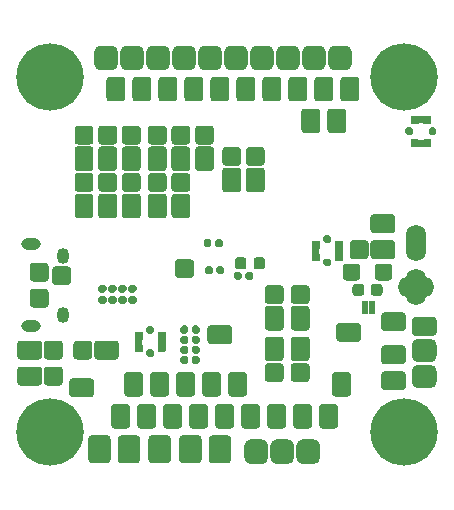
<source format=gbr>
G04 #@! TF.GenerationSoftware,KiCad,Pcbnew,(6.0.8)*
G04 #@! TF.CreationDate,2023-01-15T21:35:18+01:00*
G04 #@! TF.ProjectId,ultimateFC,756c7469-6d61-4746-9546-432e6b696361,rev?*
G04 #@! TF.SameCoordinates,Original*
G04 #@! TF.FileFunction,Soldermask,Bot*
G04 #@! TF.FilePolarity,Negative*
%FSLAX46Y46*%
G04 Gerber Fmt 4.6, Leading zero omitted, Abs format (unit mm)*
G04 Created by KiCad (PCBNEW (6.0.8)) date 2023-01-15 21:35:18*
%MOMM*%
%LPD*%
G01*
G04 APERTURE LIST*
%ADD10O,1.650000X0.990000*%
%ADD11O,1.050000X1.350000*%
%ADD12C,1.100000*%
%ADD13C,5.700000*%
%ADD14O,1.700000X3.100000*%
%ADD15O,3.100000X1.700000*%
G04 APERTURE END LIST*
D10*
X98400000Y-114100000D03*
D11*
X101100000Y-120100000D03*
X101100000Y-115100000D03*
D10*
X98400000Y-121100000D03*
G36*
G01*
X103250000Y-132380000D02*
X103250000Y-130620000D01*
G75*
G02*
X103570000Y-130300000I320000J0D01*
G01*
X104830000Y-130300000D01*
G75*
G02*
X105150000Y-130620000I0J-320000D01*
G01*
X105150000Y-132380000D01*
G75*
G02*
X104830000Y-132700000I-320000J0D01*
G01*
X103570000Y-132700000D01*
G75*
G02*
X103250000Y-132380000I0J320000D01*
G01*
G37*
D12*
X121970000Y-98820000D03*
G36*
G01*
X121370000Y-98895000D02*
X121370000Y-97845000D01*
G75*
G02*
X121895000Y-97320000I525000J0D01*
G01*
X122845000Y-97320000D01*
G75*
G02*
X123370000Y-97845000I0J-525000D01*
G01*
X123370000Y-98895000D01*
G75*
G02*
X122845000Y-99420000I-525000J0D01*
G01*
X121895000Y-99420000D01*
G75*
G02*
X121370000Y-98895000I0J525000D01*
G01*
G37*
G36*
G01*
X132225000Y-124140000D02*
X131175000Y-124140000D01*
G75*
G02*
X130650000Y-123615000I0J525000D01*
G01*
X130650000Y-122665000D01*
G75*
G02*
X131175000Y-122140000I525000J0D01*
G01*
X132225000Y-122140000D01*
G75*
G02*
X132750000Y-122665000I0J-525000D01*
G01*
X132750000Y-123615000D01*
G75*
G02*
X132225000Y-124140000I-525000J0D01*
G01*
G37*
X132150000Y-123540000D03*
X104370000Y-98820000D03*
G36*
G01*
X103770000Y-98895000D02*
X103770000Y-97845000D01*
G75*
G02*
X104295000Y-97320000I525000J0D01*
G01*
X105245000Y-97320000D01*
G75*
G02*
X105770000Y-97845000I0J-525000D01*
G01*
X105770000Y-98895000D01*
G75*
G02*
X105245000Y-99420000I-525000J0D01*
G01*
X104295000Y-99420000D01*
G75*
G02*
X103770000Y-98895000I0J525000D01*
G01*
G37*
X117080000Y-132160000D03*
G36*
G01*
X116480000Y-132235000D02*
X116480000Y-131185000D01*
G75*
G02*
X117005000Y-130660000I525000J0D01*
G01*
X117955000Y-130660000D01*
G75*
G02*
X118480000Y-131185000I0J-525000D01*
G01*
X118480000Y-132235000D01*
G75*
G02*
X117955000Y-132760000I-525000J0D01*
G01*
X117005000Y-132760000D01*
G75*
G02*
X116480000Y-132235000I0J525000D01*
G01*
G37*
X115370000Y-97920000D03*
G36*
G01*
X116770000Y-97845000D02*
X116770000Y-98895000D01*
G75*
G02*
X116245000Y-99420000I-525000J0D01*
G01*
X115295000Y-99420000D01*
G75*
G02*
X114770000Y-98895000I0J525000D01*
G01*
X114770000Y-97845000D01*
G75*
G02*
X115295000Y-97320000I525000J0D01*
G01*
X116245000Y-97320000D01*
G75*
G02*
X116770000Y-97845000I0J-525000D01*
G01*
G37*
G36*
G01*
X108350000Y-132380000D02*
X108350000Y-130620000D01*
G75*
G02*
X108670000Y-130300000I320000J0D01*
G01*
X109930000Y-130300000D01*
G75*
G02*
X110250000Y-130620000I0J-320000D01*
G01*
X110250000Y-132380000D01*
G75*
G02*
X109930000Y-132700000I-320000J0D01*
G01*
X108670000Y-132700000D01*
G75*
G02*
X108350000Y-132380000I0J320000D01*
G01*
G37*
G36*
G01*
X108170000Y-98895000D02*
X108170000Y-97845000D01*
G75*
G02*
X108695000Y-97320000I525000J0D01*
G01*
X109645000Y-97320000D01*
G75*
G02*
X110170000Y-97845000I0J-525000D01*
G01*
X110170000Y-98895000D01*
G75*
G02*
X109645000Y-99420000I-525000J0D01*
G01*
X108695000Y-99420000D01*
G75*
G02*
X108170000Y-98895000I0J525000D01*
G01*
G37*
X108770000Y-98820000D03*
D13*
X100000000Y-130000000D03*
G36*
G01*
X118680000Y-132235000D02*
X118680000Y-131185000D01*
G75*
G02*
X119205000Y-130660000I525000J0D01*
G01*
X120155000Y-130660000D01*
G75*
G02*
X120680000Y-131185000I0J-525000D01*
G01*
X120680000Y-132235000D01*
G75*
G02*
X120155000Y-132760000I-525000J0D01*
G01*
X119205000Y-132760000D01*
G75*
G02*
X118680000Y-132235000I0J525000D01*
G01*
G37*
D12*
X119280000Y-132160000D03*
D13*
X130000000Y-130000000D03*
D14*
X131000000Y-114000000D03*
D12*
X121480000Y-132160000D03*
G36*
G01*
X120880000Y-132235000D02*
X120880000Y-131185000D01*
G75*
G02*
X121405000Y-130660000I525000J0D01*
G01*
X122355000Y-130660000D01*
G75*
G02*
X122880000Y-131185000I0J-525000D01*
G01*
X122880000Y-132235000D01*
G75*
G02*
X122355000Y-132760000I-525000J0D01*
G01*
X121405000Y-132760000D01*
G75*
G02*
X120880000Y-132235000I0J525000D01*
G01*
G37*
G36*
G01*
X132225000Y-126340000D02*
X131175000Y-126340000D01*
G75*
G02*
X130650000Y-125815000I0J525000D01*
G01*
X130650000Y-124865000D01*
G75*
G02*
X131175000Y-124340000I525000J0D01*
G01*
X132225000Y-124340000D01*
G75*
G02*
X132750000Y-124865000I0J-525000D01*
G01*
X132750000Y-125815000D01*
G75*
G02*
X132225000Y-126340000I-525000J0D01*
G01*
G37*
X132150000Y-125740000D03*
X117570000Y-98820000D03*
G36*
G01*
X116970000Y-98895000D02*
X116970000Y-97845000D01*
G75*
G02*
X117495000Y-97320000I525000J0D01*
G01*
X118445000Y-97320000D01*
G75*
G02*
X118970000Y-97845000I0J-525000D01*
G01*
X118970000Y-98895000D01*
G75*
G02*
X118445000Y-99420000I-525000J0D01*
G01*
X117495000Y-99420000D01*
G75*
G02*
X116970000Y-98895000I0J525000D01*
G01*
G37*
G36*
G01*
X105970000Y-98895000D02*
X105970000Y-97845000D01*
G75*
G02*
X106495000Y-97320000I525000J0D01*
G01*
X107445000Y-97320000D01*
G75*
G02*
X107970000Y-97845000I0J-525000D01*
G01*
X107970000Y-98895000D01*
G75*
G02*
X107445000Y-99420000I-525000J0D01*
G01*
X106495000Y-99420000D01*
G75*
G02*
X105970000Y-98895000I0J525000D01*
G01*
G37*
X106570000Y-98820000D03*
G36*
G01*
X112570000Y-98895000D02*
X112570000Y-97845000D01*
G75*
G02*
X113095000Y-97320000I525000J0D01*
G01*
X114045000Y-97320000D01*
G75*
G02*
X114570000Y-97845000I0J-525000D01*
G01*
X114570000Y-98895000D01*
G75*
G02*
X114045000Y-99420000I-525000J0D01*
G01*
X113095000Y-99420000D01*
G75*
G02*
X112570000Y-98895000I0J525000D01*
G01*
G37*
X113170000Y-98820000D03*
G36*
G01*
X113450000Y-132380000D02*
X113450000Y-130620000D01*
G75*
G02*
X113770000Y-130300000I320000J0D01*
G01*
X115030000Y-130300000D01*
G75*
G02*
X115350000Y-130620000I0J-320000D01*
G01*
X115350000Y-132380000D01*
G75*
G02*
X115030000Y-132700000I-320000J0D01*
G01*
X113770000Y-132700000D01*
G75*
G02*
X113450000Y-132380000I0J320000D01*
G01*
G37*
D13*
X100000000Y-100000000D03*
X130000000Y-100000000D03*
G36*
G01*
X110950000Y-132380000D02*
X110950000Y-130620000D01*
G75*
G02*
X111270000Y-130300000I320000J0D01*
G01*
X112530000Y-130300000D01*
G75*
G02*
X112850000Y-130620000I0J-320000D01*
G01*
X112850000Y-132380000D01*
G75*
G02*
X112530000Y-132700000I-320000J0D01*
G01*
X111270000Y-132700000D01*
G75*
G02*
X110950000Y-132380000I0J320000D01*
G01*
G37*
G36*
G01*
X119170000Y-98895000D02*
X119170000Y-97845000D01*
G75*
G02*
X119695000Y-97320000I525000J0D01*
G01*
X120645000Y-97320000D01*
G75*
G02*
X121170000Y-97845000I0J-525000D01*
G01*
X121170000Y-98895000D01*
G75*
G02*
X120645000Y-99420000I-525000J0D01*
G01*
X119695000Y-99420000D01*
G75*
G02*
X119170000Y-98895000I0J525000D01*
G01*
G37*
D12*
X119770000Y-98820000D03*
G36*
G01*
X105750000Y-132380000D02*
X105750000Y-130620000D01*
G75*
G02*
X106070000Y-130300000I320000J0D01*
G01*
X107330000Y-130300000D01*
G75*
G02*
X107650000Y-130620000I0J-320000D01*
G01*
X107650000Y-132380000D01*
G75*
G02*
X107330000Y-132700000I-320000J0D01*
G01*
X106070000Y-132700000D01*
G75*
G02*
X105750000Y-132380000I0J320000D01*
G01*
G37*
G36*
G01*
X123570000Y-98895000D02*
X123570000Y-97845000D01*
G75*
G02*
X124095000Y-97320000I525000J0D01*
G01*
X125045000Y-97320000D01*
G75*
G02*
X125570000Y-97845000I0J-525000D01*
G01*
X125570000Y-98895000D01*
G75*
G02*
X125045000Y-99420000I-525000J0D01*
G01*
X124095000Y-99420000D01*
G75*
G02*
X123570000Y-98895000I0J525000D01*
G01*
G37*
X124170000Y-98820000D03*
D15*
X131000000Y-117750000D03*
D14*
X131000000Y-117750000D03*
G36*
G01*
X110370000Y-98895000D02*
X110370000Y-97845000D01*
G75*
G02*
X110895000Y-97320000I525000J0D01*
G01*
X111845000Y-97320000D01*
G75*
G02*
X112370000Y-97845000I0J-525000D01*
G01*
X112370000Y-98895000D01*
G75*
G02*
X111845000Y-99420000I-525000J0D01*
G01*
X110895000Y-99420000D01*
G75*
G02*
X110370000Y-98895000I0J525000D01*
G01*
G37*
D12*
X110970000Y-98820000D03*
G36*
G01*
X122900000Y-102925000D02*
X122900000Y-104475000D01*
G75*
G02*
X122625000Y-104750000I-275000J0D01*
G01*
X121575000Y-104750000D01*
G75*
G02*
X121300000Y-104475000I0J275000D01*
G01*
X121300000Y-102925000D01*
G75*
G02*
X121575000Y-102650000I275000J0D01*
G01*
X122625000Y-102650000D01*
G75*
G02*
X122900000Y-102925000I0J-275000D01*
G01*
G37*
G36*
G01*
X116700000Y-125225000D02*
X116700000Y-126775000D01*
G75*
G02*
X116425000Y-127050000I-275000J0D01*
G01*
X115375000Y-127050000D01*
G75*
G02*
X115100000Y-126775000I0J275000D01*
G01*
X115100000Y-125225000D01*
G75*
G02*
X115375000Y-124950000I275000J0D01*
G01*
X116425000Y-124950000D01*
G75*
G02*
X116700000Y-125225000I0J-275000D01*
G01*
G37*
G36*
G01*
X122000000Y-122225000D02*
X122000000Y-123775000D01*
G75*
G02*
X121725000Y-124050000I-275000J0D01*
G01*
X120675000Y-124050000D01*
G75*
G02*
X120400000Y-123775000I0J275000D01*
G01*
X120400000Y-122225000D01*
G75*
G02*
X120675000Y-121950000I275000J0D01*
G01*
X121725000Y-121950000D01*
G75*
G02*
X122000000Y-122225000I0J-275000D01*
G01*
G37*
G36*
G01*
X126725000Y-115400000D02*
X125675000Y-115400000D01*
G75*
G02*
X125400000Y-115125000I0J275000D01*
G01*
X125400000Y-114075000D01*
G75*
G02*
X125675000Y-113800000I275000J0D01*
G01*
X126725000Y-113800000D01*
G75*
G02*
X127000000Y-114075000I0J-275000D01*
G01*
X127000000Y-115125000D01*
G75*
G02*
X126725000Y-115400000I-275000J0D01*
G01*
G37*
G36*
G01*
X112685000Y-122905000D02*
X112685000Y-123245000D01*
G75*
G02*
X112495000Y-123435000I-190000J0D01*
G01*
X112215000Y-123435000D01*
G75*
G02*
X112025000Y-123245000I0J190000D01*
G01*
X112025000Y-122905000D01*
G75*
G02*
X112215000Y-122715000I190000J0D01*
G01*
X112495000Y-122715000D01*
G75*
G02*
X112685000Y-122905000I0J-190000D01*
G01*
G37*
G36*
G01*
X111725000Y-122905000D02*
X111725000Y-123245000D01*
G75*
G02*
X111535000Y-123435000I-190000J0D01*
G01*
X111255000Y-123435000D01*
G75*
G02*
X111065000Y-123245000I0J190000D01*
G01*
X111065000Y-122905000D01*
G75*
G02*
X111255000Y-122715000I190000J0D01*
G01*
X111535000Y-122715000D01*
G75*
G02*
X111725000Y-122905000I0J-190000D01*
G01*
G37*
G36*
G01*
X115600000Y-116990000D02*
X115600000Y-116650000D01*
G75*
G02*
X115790000Y-116460000I190000J0D01*
G01*
X116070000Y-116460000D01*
G75*
G02*
X116260000Y-116650000I0J-190000D01*
G01*
X116260000Y-116990000D01*
G75*
G02*
X116070000Y-117180000I-190000J0D01*
G01*
X115790000Y-117180000D01*
G75*
G02*
X115600000Y-116990000I0J190000D01*
G01*
G37*
G36*
G01*
X116560000Y-116990000D02*
X116560000Y-116650000D01*
G75*
G02*
X116750000Y-116460000I190000J0D01*
G01*
X117030000Y-116460000D01*
G75*
G02*
X117220000Y-116650000I0J-190000D01*
G01*
X117220000Y-116990000D01*
G75*
G02*
X117030000Y-117180000I-190000J0D01*
G01*
X116750000Y-117180000D01*
G75*
G02*
X116560000Y-116990000I0J190000D01*
G01*
G37*
G36*
G01*
X114500000Y-125225000D02*
X114500000Y-126775000D01*
G75*
G02*
X114225000Y-127050000I-275000J0D01*
G01*
X113175000Y-127050000D01*
G75*
G02*
X112900000Y-126775000I0J275000D01*
G01*
X112900000Y-125225000D01*
G75*
G02*
X113175000Y-124950000I275000J0D01*
G01*
X114225000Y-124950000D01*
G75*
G02*
X114500000Y-125225000I0J-275000D01*
G01*
G37*
G36*
G01*
X119600000Y-100225000D02*
X119600000Y-101775000D01*
G75*
G02*
X119325000Y-102050000I-275000J0D01*
G01*
X118275000Y-102050000D01*
G75*
G02*
X118000000Y-101775000I0J275000D01*
G01*
X118000000Y-100225000D01*
G75*
G02*
X118275000Y-99950000I275000J0D01*
G01*
X119325000Y-99950000D01*
G75*
G02*
X119600000Y-100225000I0J-275000D01*
G01*
G37*
G36*
G01*
X116600000Y-107225000D02*
X116600000Y-106175000D01*
G75*
G02*
X116875000Y-105900000I275000J0D01*
G01*
X117925000Y-105900000D01*
G75*
G02*
X118200000Y-106175000I0J-275000D01*
G01*
X118200000Y-107225000D01*
G75*
G02*
X117925000Y-107500000I-275000J0D01*
G01*
X116875000Y-107500000D01*
G75*
G02*
X116600000Y-107225000I0J275000D01*
G01*
G37*
G36*
G01*
X99900000Y-115975000D02*
X99900000Y-117025000D01*
G75*
G02*
X99625000Y-117300000I-275000J0D01*
G01*
X98575000Y-117300000D01*
G75*
G02*
X98300000Y-117025000I0J275000D01*
G01*
X98300000Y-115975000D01*
G75*
G02*
X98575000Y-115700000I275000J0D01*
G01*
X99625000Y-115700000D01*
G75*
G02*
X99900000Y-115975000I0J-275000D01*
G01*
G37*
G36*
G01*
X112685000Y-121205000D02*
X112685000Y-121545000D01*
G75*
G02*
X112495000Y-121735000I-190000J0D01*
G01*
X112215000Y-121735000D01*
G75*
G02*
X112025000Y-121545000I0J190000D01*
G01*
X112025000Y-121205000D01*
G75*
G02*
X112215000Y-121015000I190000J0D01*
G01*
X112495000Y-121015000D01*
G75*
G02*
X112685000Y-121205000I0J-190000D01*
G01*
G37*
G36*
G01*
X111725000Y-121205000D02*
X111725000Y-121545000D01*
G75*
G02*
X111535000Y-121735000I-190000J0D01*
G01*
X111255000Y-121735000D01*
G75*
G02*
X111065000Y-121545000I0J190000D01*
G01*
X111065000Y-121205000D01*
G75*
G02*
X111255000Y-121015000I190000J0D01*
G01*
X111535000Y-121015000D01*
G75*
G02*
X111725000Y-121205000I0J-190000D01*
G01*
G37*
G36*
G01*
X105700000Y-110125000D02*
X105700000Y-111675000D01*
G75*
G02*
X105425000Y-111950000I-275000J0D01*
G01*
X104375000Y-111950000D01*
G75*
G02*
X104100000Y-111675000I0J275000D01*
G01*
X104100000Y-110125000D01*
G75*
G02*
X104375000Y-109850000I275000J0D01*
G01*
X105425000Y-109850000D01*
G75*
G02*
X105700000Y-110125000I0J-275000D01*
G01*
G37*
G36*
G01*
X127425000Y-111600000D02*
X128975000Y-111600000D01*
G75*
G02*
X129250000Y-111875000I0J-275000D01*
G01*
X129250000Y-112925000D01*
G75*
G02*
X128975000Y-113200000I-275000J0D01*
G01*
X127425000Y-113200000D01*
G75*
G02*
X127150000Y-112925000I0J275000D01*
G01*
X127150000Y-111875000D01*
G75*
G02*
X127425000Y-111600000I275000J0D01*
G01*
G37*
G36*
G01*
X105700000Y-104375000D02*
X105700000Y-105425000D01*
G75*
G02*
X105425000Y-105700000I-275000J0D01*
G01*
X104375000Y-105700000D01*
G75*
G02*
X104100000Y-105425000I0J275000D01*
G01*
X104100000Y-104375000D01*
G75*
G02*
X104375000Y-104100000I275000J0D01*
G01*
X105425000Y-104100000D01*
G75*
G02*
X105700000Y-104375000I0J-275000D01*
G01*
G37*
G36*
G01*
X101100000Y-122575000D02*
X101100000Y-123625000D01*
G75*
G02*
X100825000Y-123900000I-275000J0D01*
G01*
X99775000Y-123900000D01*
G75*
G02*
X99500000Y-123625000I0J275000D01*
G01*
X99500000Y-122575000D01*
G75*
G02*
X99775000Y-122300000I275000J0D01*
G01*
X100825000Y-122300000D01*
G75*
G02*
X101100000Y-122575000I0J-275000D01*
G01*
G37*
G36*
G01*
X126450000Y-120000000D02*
X126450000Y-119000000D01*
G75*
G02*
X126500000Y-118950000I50000J0D01*
G01*
X126900000Y-118950000D01*
G75*
G02*
X126950000Y-119000000I0J-50000D01*
G01*
X126950000Y-120000000D01*
G75*
G02*
X126900000Y-120050000I-50000J0D01*
G01*
X126500000Y-120050000D01*
G75*
G02*
X126450000Y-120000000I0J50000D01*
G01*
G37*
G36*
G01*
X127050000Y-120000000D02*
X127050000Y-119000000D01*
G75*
G02*
X127100000Y-118950000I50000J0D01*
G01*
X127500000Y-118950000D01*
G75*
G02*
X127550000Y-119000000I0J-50000D01*
G01*
X127550000Y-120000000D01*
G75*
G02*
X127500000Y-120050000I-50000J0D01*
G01*
X127100000Y-120050000D01*
G75*
G02*
X127050000Y-120000000I0J50000D01*
G01*
G37*
G36*
G01*
X105980000Y-117565000D02*
X106320000Y-117565000D01*
G75*
G02*
X106510000Y-117755000I0J-190000D01*
G01*
X106510000Y-118035000D01*
G75*
G02*
X106320000Y-118225000I-190000J0D01*
G01*
X105980000Y-118225000D01*
G75*
G02*
X105790000Y-118035000I0J190000D01*
G01*
X105790000Y-117755000D01*
G75*
G02*
X105980000Y-117565000I190000J0D01*
G01*
G37*
G36*
G01*
X105980000Y-118525000D02*
X106320000Y-118525000D01*
G75*
G02*
X106510000Y-118715000I0J-190000D01*
G01*
X106510000Y-118995000D01*
G75*
G02*
X106320000Y-119185000I-190000J0D01*
G01*
X105980000Y-119185000D01*
G75*
G02*
X105790000Y-118995000I0J190000D01*
G01*
X105790000Y-118715000D01*
G75*
G02*
X105980000Y-118525000I190000J0D01*
G01*
G37*
G36*
G01*
X128325000Y-119900000D02*
X129875000Y-119900000D01*
G75*
G02*
X130150000Y-120175000I0J-275000D01*
G01*
X130150000Y-121225000D01*
G75*
G02*
X129875000Y-121500000I-275000J0D01*
G01*
X128325000Y-121500000D01*
G75*
G02*
X128050000Y-121225000I0J275000D01*
G01*
X128050000Y-120175000D01*
G75*
G02*
X128325000Y-119900000I275000J0D01*
G01*
G37*
G36*
G01*
X122200000Y-127925000D02*
X122200000Y-129475000D01*
G75*
G02*
X121925000Y-129750000I-275000J0D01*
G01*
X120875000Y-129750000D01*
G75*
G02*
X120600000Y-129475000I0J275000D01*
G01*
X120600000Y-127925000D01*
G75*
G02*
X120875000Y-127650000I275000J0D01*
G01*
X121925000Y-127650000D01*
G75*
G02*
X122200000Y-127925000I0J-275000D01*
G01*
G37*
G36*
G01*
X105200000Y-129475000D02*
X105200000Y-127925000D01*
G75*
G02*
X105475000Y-127650000I275000J0D01*
G01*
X106525000Y-127650000D01*
G75*
G02*
X106800000Y-127925000I0J-275000D01*
G01*
X106800000Y-129475000D01*
G75*
G02*
X106525000Y-129750000I-275000J0D01*
G01*
X105475000Y-129750000D01*
G75*
G02*
X105200000Y-129475000I0J275000D01*
G01*
G37*
G36*
G01*
X124000000Y-100225000D02*
X124000000Y-101775000D01*
G75*
G02*
X123725000Y-102050000I-275000J0D01*
G01*
X122675000Y-102050000D01*
G75*
G02*
X122400000Y-101775000I0J275000D01*
G01*
X122400000Y-100225000D01*
G75*
G02*
X122675000Y-99950000I275000J0D01*
G01*
X123725000Y-99950000D01*
G75*
G02*
X124000000Y-100225000I0J-275000D01*
G01*
G37*
G36*
G01*
X112685000Y-122055000D02*
X112685000Y-122395000D01*
G75*
G02*
X112495000Y-122585000I-190000J0D01*
G01*
X112215000Y-122585000D01*
G75*
G02*
X112025000Y-122395000I0J190000D01*
G01*
X112025000Y-122055000D01*
G75*
G02*
X112215000Y-121865000I190000J0D01*
G01*
X112495000Y-121865000D01*
G75*
G02*
X112685000Y-122055000I0J-190000D01*
G01*
G37*
G36*
G01*
X111725000Y-122055000D02*
X111725000Y-122395000D01*
G75*
G02*
X111535000Y-122585000I-190000J0D01*
G01*
X111255000Y-122585000D01*
G75*
G02*
X111065000Y-122395000I0J190000D01*
G01*
X111065000Y-122055000D01*
G75*
G02*
X111255000Y-121865000I190000J0D01*
G01*
X111535000Y-121865000D01*
G75*
G02*
X111725000Y-122055000I0J-190000D01*
G01*
G37*
G36*
G01*
X107700000Y-110125000D02*
X107700000Y-111675000D01*
G75*
G02*
X107425000Y-111950000I-275000J0D01*
G01*
X106375000Y-111950000D01*
G75*
G02*
X106100000Y-111675000I0J275000D01*
G01*
X106100000Y-110125000D01*
G75*
G02*
X106375000Y-109850000I275000J0D01*
G01*
X107425000Y-109850000D01*
G75*
G02*
X107700000Y-110125000I0J-275000D01*
G01*
G37*
G36*
G01*
X129875000Y-126500000D02*
X128325000Y-126500000D01*
G75*
G02*
X128050000Y-126225000I0J275000D01*
G01*
X128050000Y-125175000D01*
G75*
G02*
X128325000Y-124900000I275000J0D01*
G01*
X129875000Y-124900000D01*
G75*
G02*
X130150000Y-125175000I0J-275000D01*
G01*
X130150000Y-126225000D01*
G75*
G02*
X129875000Y-126500000I-275000J0D01*
G01*
G37*
G36*
G01*
X132267500Y-104230000D02*
X132542500Y-104230000D01*
G75*
G02*
X132730000Y-104417500I0J-187500D01*
G01*
X132730000Y-104742500D01*
G75*
G02*
X132542500Y-104930000I-187500J0D01*
G01*
X132267500Y-104930000D01*
G75*
G02*
X132080000Y-104742500I0J187500D01*
G01*
X132080000Y-104417500D01*
G75*
G02*
X132267500Y-104230000I187500J0D01*
G01*
G37*
G36*
X132276194Y-105849134D02*
G01*
X132265355Y-105865355D01*
X132249134Y-105876194D01*
X132230000Y-105880000D01*
X130630000Y-105880000D01*
X130610866Y-105876194D01*
X130594645Y-105865355D01*
X130583806Y-105849134D01*
X130580000Y-105830000D01*
X130580000Y-105255000D01*
X130583806Y-105235866D01*
X130594645Y-105219645D01*
X130610866Y-105208806D01*
X130630000Y-105205000D01*
X131155000Y-105205000D01*
X131174134Y-105208806D01*
X131190355Y-105219645D01*
X131250710Y-105280000D01*
X131609290Y-105280000D01*
X131669645Y-105219645D01*
X131685866Y-105208806D01*
X131705000Y-105205000D01*
X132230000Y-105205000D01*
X132249134Y-105208806D01*
X132265355Y-105219645D01*
X132276194Y-105235866D01*
X132280000Y-105255000D01*
X132280000Y-105830000D01*
X132276194Y-105849134D01*
G37*
G36*
G01*
X130292500Y-104230000D02*
X130567500Y-104230000D01*
G75*
G02*
X130755000Y-104417500I0J-187500D01*
G01*
X130755000Y-104742500D01*
G75*
G02*
X130567500Y-104930000I-187500J0D01*
G01*
X130292500Y-104930000D01*
G75*
G02*
X130105000Y-104742500I0J187500D01*
G01*
X130105000Y-104417500D01*
G75*
G02*
X130292500Y-104230000I187500J0D01*
G01*
G37*
G36*
X132276194Y-103924134D02*
G01*
X132265355Y-103940355D01*
X132249134Y-103951194D01*
X132230000Y-103955000D01*
X131705000Y-103955000D01*
X131685866Y-103951194D01*
X131669645Y-103940355D01*
X131609290Y-103880000D01*
X131250710Y-103880000D01*
X131190355Y-103940355D01*
X131174134Y-103951194D01*
X131155000Y-103955000D01*
X130630000Y-103955000D01*
X130610866Y-103951194D01*
X130594645Y-103940355D01*
X130583806Y-103924134D01*
X130580000Y-103905000D01*
X130580000Y-103330000D01*
X130583806Y-103310866D01*
X130594645Y-103294645D01*
X130610866Y-103283806D01*
X130630000Y-103280000D01*
X132230000Y-103280000D01*
X132249134Y-103283806D01*
X132265355Y-103294645D01*
X132276194Y-103310866D01*
X132280000Y-103330000D01*
X132280000Y-103905000D01*
X132276194Y-103924134D01*
G37*
G36*
G01*
X117800000Y-127925000D02*
X117800000Y-129475000D01*
G75*
G02*
X117525000Y-129750000I-275000J0D01*
G01*
X116475000Y-129750000D01*
G75*
G02*
X116200000Y-129475000I0J275000D01*
G01*
X116200000Y-127925000D01*
G75*
G02*
X116475000Y-127650000I275000J0D01*
G01*
X117525000Y-127650000D01*
G75*
G02*
X117800000Y-127925000I0J-275000D01*
G01*
G37*
G36*
G01*
X113900000Y-106125000D02*
X113900000Y-107675000D01*
G75*
G02*
X113625000Y-107950000I-275000J0D01*
G01*
X112575000Y-107950000D01*
G75*
G02*
X112300000Y-107675000I0J275000D01*
G01*
X112300000Y-106125000D01*
G75*
G02*
X112575000Y-105850000I275000J0D01*
G01*
X113625000Y-105850000D01*
G75*
G02*
X113900000Y-106125000I0J-275000D01*
G01*
G37*
G36*
G01*
X109900000Y-106125000D02*
X109900000Y-107675000D01*
G75*
G02*
X109625000Y-107950000I-275000J0D01*
G01*
X108575000Y-107950000D01*
G75*
G02*
X108300000Y-107675000I0J275000D01*
G01*
X108300000Y-106125000D01*
G75*
G02*
X108575000Y-105850000I275000J0D01*
G01*
X109625000Y-105850000D01*
G75*
G02*
X109900000Y-106125000I0J-275000D01*
G01*
G37*
G36*
G01*
X107170000Y-119185000D02*
X106830000Y-119185000D01*
G75*
G02*
X106640000Y-118995000I0J190000D01*
G01*
X106640000Y-118715000D01*
G75*
G02*
X106830000Y-118525000I190000J0D01*
G01*
X107170000Y-118525000D01*
G75*
G02*
X107360000Y-118715000I0J-190000D01*
G01*
X107360000Y-118995000D01*
G75*
G02*
X107170000Y-119185000I-190000J0D01*
G01*
G37*
G36*
G01*
X107170000Y-118225000D02*
X106830000Y-118225000D01*
G75*
G02*
X106640000Y-118035000I0J190000D01*
G01*
X106640000Y-117755000D01*
G75*
G02*
X106830000Y-117565000I190000J0D01*
G01*
X107170000Y-117565000D01*
G75*
G02*
X107360000Y-117755000I0J-190000D01*
G01*
X107360000Y-118035000D01*
G75*
G02*
X107170000Y-118225000I-190000J0D01*
G01*
G37*
G36*
G01*
X119800000Y-122225000D02*
X119800000Y-123775000D01*
G75*
G02*
X119525000Y-124050000I-275000J0D01*
G01*
X118475000Y-124050000D01*
G75*
G02*
X118200000Y-123775000I0J275000D01*
G01*
X118200000Y-122225000D01*
G75*
G02*
X118475000Y-121950000I275000J0D01*
G01*
X119525000Y-121950000D01*
G75*
G02*
X119800000Y-122225000I0J-275000D01*
G01*
G37*
G36*
G01*
X103700000Y-108375000D02*
X103700000Y-109425000D01*
G75*
G02*
X103425000Y-109700000I-275000J0D01*
G01*
X102375000Y-109700000D01*
G75*
G02*
X102100000Y-109425000I0J275000D01*
G01*
X102100000Y-108375000D01*
G75*
G02*
X102375000Y-108100000I275000J0D01*
G01*
X103425000Y-108100000D01*
G75*
G02*
X103700000Y-108375000I0J-275000D01*
G01*
G37*
G36*
G01*
X107700000Y-106125000D02*
X107700000Y-107675000D01*
G75*
G02*
X107425000Y-107950000I-275000J0D01*
G01*
X106375000Y-107950000D01*
G75*
G02*
X106100000Y-107675000I0J275000D01*
G01*
X106100000Y-106125000D01*
G75*
G02*
X106375000Y-105850000I275000J0D01*
G01*
X107425000Y-105850000D01*
G75*
G02*
X107700000Y-106125000I0J-275000D01*
G01*
G37*
G36*
G01*
X99900000Y-118175000D02*
X99900000Y-119225000D01*
G75*
G02*
X99625000Y-119500000I-275000J0D01*
G01*
X98575000Y-119500000D01*
G75*
G02*
X98300000Y-119225000I0J275000D01*
G01*
X98300000Y-118175000D01*
G75*
G02*
X98575000Y-117900000I275000J0D01*
G01*
X99625000Y-117900000D01*
G75*
G02*
X99900000Y-118175000I0J-275000D01*
G01*
G37*
G36*
G01*
X111900000Y-104375000D02*
X111900000Y-105425000D01*
G75*
G02*
X111625000Y-105700000I-275000J0D01*
G01*
X110575000Y-105700000D01*
G75*
G02*
X110300000Y-105425000I0J275000D01*
G01*
X110300000Y-104375000D01*
G75*
G02*
X110575000Y-104100000I275000J0D01*
G01*
X111625000Y-104100000D01*
G75*
G02*
X111900000Y-104375000I0J-275000D01*
G01*
G37*
G36*
G01*
X124525000Y-120800000D02*
X126075000Y-120800000D01*
G75*
G02*
X126350000Y-121075000I0J-275000D01*
G01*
X126350000Y-122125000D01*
G75*
G02*
X126075000Y-122400000I-275000J0D01*
G01*
X124525000Y-122400000D01*
G75*
G02*
X124250000Y-122125000I0J275000D01*
G01*
X124250000Y-121075000D01*
G75*
G02*
X124525000Y-120800000I275000J0D01*
G01*
G37*
G36*
G01*
X101925000Y-125500000D02*
X103475000Y-125500000D01*
G75*
G02*
X103750000Y-125775000I0J-275000D01*
G01*
X103750000Y-126825000D01*
G75*
G02*
X103475000Y-127100000I-275000J0D01*
G01*
X101925000Y-127100000D01*
G75*
G02*
X101650000Y-126825000I0J275000D01*
G01*
X101650000Y-125775000D01*
G75*
G02*
X101925000Y-125500000I275000J0D01*
G01*
G37*
G36*
G01*
X113625000Y-121000000D02*
X115175000Y-121000000D01*
G75*
G02*
X115450000Y-121275000I0J-275000D01*
G01*
X115450000Y-122325000D01*
G75*
G02*
X115175000Y-122600000I-275000J0D01*
G01*
X113625000Y-122600000D01*
G75*
G02*
X113350000Y-122325000I0J275000D01*
G01*
X113350000Y-121275000D01*
G75*
G02*
X113625000Y-121000000I275000J0D01*
G01*
G37*
G36*
G01*
X109000000Y-127925000D02*
X109000000Y-129475000D01*
G75*
G02*
X108725000Y-129750000I-275000J0D01*
G01*
X107675000Y-129750000D01*
G75*
G02*
X107400000Y-129475000I0J275000D01*
G01*
X107400000Y-127925000D01*
G75*
G02*
X107675000Y-127650000I275000J0D01*
G01*
X108725000Y-127650000D01*
G75*
G02*
X109000000Y-127925000I0J-275000D01*
G01*
G37*
G36*
G01*
X122000000Y-117875000D02*
X122000000Y-118925000D01*
G75*
G02*
X121725000Y-119200000I-275000J0D01*
G01*
X120675000Y-119200000D01*
G75*
G02*
X120400000Y-118925000I0J275000D01*
G01*
X120400000Y-117875000D01*
G75*
G02*
X120675000Y-117600000I275000J0D01*
G01*
X121725000Y-117600000D01*
G75*
G02*
X122000000Y-117875000I0J-275000D01*
G01*
G37*
G36*
G01*
X112300000Y-125225000D02*
X112300000Y-126775000D01*
G75*
G02*
X112025000Y-127050000I-275000J0D01*
G01*
X110975000Y-127050000D01*
G75*
G02*
X110700000Y-126775000I0J275000D01*
G01*
X110700000Y-125225000D01*
G75*
G02*
X110975000Y-124950000I275000J0D01*
G01*
X112025000Y-124950000D01*
G75*
G02*
X112300000Y-125225000I0J-275000D01*
G01*
G37*
G36*
G01*
X114600000Y-107225000D02*
X114600000Y-106175000D01*
G75*
G02*
X114875000Y-105900000I275000J0D01*
G01*
X115925000Y-105900000D01*
G75*
G02*
X116200000Y-106175000I0J-275000D01*
G01*
X116200000Y-107225000D01*
G75*
G02*
X115925000Y-107500000I-275000J0D01*
G01*
X114875000Y-107500000D01*
G75*
G02*
X114600000Y-107225000I0J275000D01*
G01*
G37*
G36*
G01*
X101800000Y-116275000D02*
X101800000Y-117325000D01*
G75*
G02*
X101525000Y-117600000I-275000J0D01*
G01*
X100475000Y-117600000D01*
G75*
G02*
X100200000Y-117325000I0J275000D01*
G01*
X100200000Y-116275000D01*
G75*
G02*
X100475000Y-116000000I275000J0D01*
G01*
X101525000Y-116000000D01*
G75*
G02*
X101800000Y-116275000I0J-275000D01*
G01*
G37*
G36*
G01*
X120000000Y-127925000D02*
X120000000Y-129475000D01*
G75*
G02*
X119725000Y-129750000I-275000J0D01*
G01*
X118675000Y-129750000D01*
G75*
G02*
X118400000Y-129475000I0J275000D01*
G01*
X118400000Y-127925000D01*
G75*
G02*
X118675000Y-127650000I275000J0D01*
G01*
X119725000Y-127650000D01*
G75*
G02*
X120000000Y-127925000I0J-275000D01*
G01*
G37*
G36*
G01*
X132475000Y-121900000D02*
X130925000Y-121900000D01*
G75*
G02*
X130650000Y-121625000I0J275000D01*
G01*
X130650000Y-120575000D01*
G75*
G02*
X130925000Y-120300000I275000J0D01*
G01*
X132475000Y-120300000D01*
G75*
G02*
X132750000Y-120575000I0J-275000D01*
G01*
X132750000Y-121625000D01*
G75*
G02*
X132475000Y-121900000I-275000J0D01*
G01*
G37*
G36*
G01*
X112200000Y-115675000D02*
X112200000Y-116725000D01*
G75*
G02*
X111925000Y-117000000I-275000J0D01*
G01*
X110875000Y-117000000D01*
G75*
G02*
X110600000Y-116725000I0J275000D01*
G01*
X110600000Y-115675000D01*
G75*
G02*
X110875000Y-115400000I275000J0D01*
G01*
X111925000Y-115400000D01*
G75*
G02*
X112200000Y-115675000I0J-275000D01*
G01*
G37*
G36*
G01*
X113400000Y-127925000D02*
X113400000Y-129475000D01*
G75*
G02*
X113125000Y-129750000I-275000J0D01*
G01*
X112075000Y-129750000D01*
G75*
G02*
X111800000Y-129475000I0J275000D01*
G01*
X111800000Y-127925000D01*
G75*
G02*
X112075000Y-127650000I275000J0D01*
G01*
X113125000Y-127650000D01*
G75*
G02*
X113400000Y-127925000I0J-275000D01*
G01*
G37*
G36*
G01*
X111900000Y-108375000D02*
X111900000Y-109425000D01*
G75*
G02*
X111625000Y-109700000I-275000J0D01*
G01*
X110575000Y-109700000D01*
G75*
G02*
X110300000Y-109425000I0J275000D01*
G01*
X110300000Y-108375000D01*
G75*
G02*
X110575000Y-108100000I275000J0D01*
G01*
X111625000Y-108100000D01*
G75*
G02*
X111900000Y-108375000I0J-275000D01*
G01*
G37*
G36*
G01*
X114600000Y-109475000D02*
X114600000Y-107925000D01*
G75*
G02*
X114875000Y-107650000I275000J0D01*
G01*
X115925000Y-107650000D01*
G75*
G02*
X116200000Y-107925000I0J-275000D01*
G01*
X116200000Y-109475000D01*
G75*
G02*
X115925000Y-109750000I-275000J0D01*
G01*
X114875000Y-109750000D01*
G75*
G02*
X114600000Y-109475000I0J275000D01*
G01*
G37*
G36*
G01*
X106400000Y-100225000D02*
X106400000Y-101775000D01*
G75*
G02*
X106125000Y-102050000I-275000J0D01*
G01*
X105075000Y-102050000D01*
G75*
G02*
X104800000Y-101775000I0J275000D01*
G01*
X104800000Y-100225000D01*
G75*
G02*
X105075000Y-99950000I275000J0D01*
G01*
X106125000Y-99950000D01*
G75*
G02*
X106400000Y-100225000I0J-275000D01*
G01*
G37*
G36*
G01*
X111900000Y-110125000D02*
X111900000Y-111675000D01*
G75*
G02*
X111625000Y-111950000I-275000J0D01*
G01*
X110575000Y-111950000D01*
G75*
G02*
X110300000Y-111675000I0J275000D01*
G01*
X110300000Y-110125000D01*
G75*
G02*
X110575000Y-109850000I275000J0D01*
G01*
X111625000Y-109850000D01*
G75*
G02*
X111900000Y-110125000I0J-275000D01*
G01*
G37*
G36*
G01*
X104025000Y-122300000D02*
X105575000Y-122300000D01*
G75*
G02*
X105850000Y-122575000I0J-275000D01*
G01*
X105850000Y-123625000D01*
G75*
G02*
X105575000Y-123900000I-275000J0D01*
G01*
X104025000Y-123900000D01*
G75*
G02*
X103750000Y-123625000I0J275000D01*
G01*
X103750000Y-122575000D01*
G75*
G02*
X104025000Y-122300000I275000J0D01*
G01*
G37*
G36*
G01*
X109900000Y-104375000D02*
X109900000Y-105425000D01*
G75*
G02*
X109625000Y-105700000I-275000J0D01*
G01*
X108575000Y-105700000D01*
G75*
G02*
X108300000Y-105425000I0J275000D01*
G01*
X108300000Y-104375000D01*
G75*
G02*
X108575000Y-104100000I275000J0D01*
G01*
X109625000Y-104100000D01*
G75*
G02*
X109900000Y-104375000I0J-275000D01*
G01*
G37*
G36*
G01*
X119800000Y-124475000D02*
X119800000Y-125525000D01*
G75*
G02*
X119525000Y-125800000I-275000J0D01*
G01*
X118475000Y-125800000D01*
G75*
G02*
X118200000Y-125525000I0J275000D01*
G01*
X118200000Y-124475000D01*
G75*
G02*
X118475000Y-124200000I275000J0D01*
G01*
X119525000Y-124200000D01*
G75*
G02*
X119800000Y-124475000I0J-275000D01*
G01*
G37*
G36*
G01*
X103600000Y-122575000D02*
X103600000Y-123625000D01*
G75*
G02*
X103325000Y-123900000I-275000J0D01*
G01*
X102275000Y-123900000D01*
G75*
G02*
X102000000Y-123625000I0J275000D01*
G01*
X102000000Y-122575000D01*
G75*
G02*
X102275000Y-122300000I275000J0D01*
G01*
X103325000Y-122300000D01*
G75*
G02*
X103600000Y-122575000I0J-275000D01*
G01*
G37*
G36*
G01*
X113900000Y-104375000D02*
X113900000Y-105425000D01*
G75*
G02*
X113625000Y-105700000I-275000J0D01*
G01*
X112575000Y-105700000D01*
G75*
G02*
X112300000Y-105425000I0J275000D01*
G01*
X112300000Y-104375000D01*
G75*
G02*
X112575000Y-104100000I275000J0D01*
G01*
X113625000Y-104100000D01*
G75*
G02*
X113900000Y-104375000I0J-275000D01*
G01*
G37*
G36*
G01*
X113000000Y-100225000D02*
X113000000Y-101775000D01*
G75*
G02*
X112725000Y-102050000I-275000J0D01*
G01*
X111675000Y-102050000D01*
G75*
G02*
X111400000Y-101775000I0J275000D01*
G01*
X111400000Y-100225000D01*
G75*
G02*
X111675000Y-99950000I275000J0D01*
G01*
X112725000Y-99950000D01*
G75*
G02*
X113000000Y-100225000I0J-275000D01*
G01*
G37*
G36*
G01*
X105700000Y-106125000D02*
X105700000Y-107675000D01*
G75*
G02*
X105425000Y-107950000I-275000J0D01*
G01*
X104375000Y-107950000D01*
G75*
G02*
X104100000Y-107675000I0J275000D01*
G01*
X104100000Y-106125000D01*
G75*
G02*
X104375000Y-105850000I275000J0D01*
G01*
X105425000Y-105850000D01*
G75*
G02*
X105700000Y-106125000I0J-275000D01*
G01*
G37*
G36*
G01*
X119800000Y-119625000D02*
X119800000Y-121175000D01*
G75*
G02*
X119525000Y-121450000I-275000J0D01*
G01*
X118475000Y-121450000D01*
G75*
G02*
X118200000Y-121175000I0J275000D01*
G01*
X118200000Y-119625000D01*
G75*
G02*
X118475000Y-119350000I275000J0D01*
G01*
X119525000Y-119350000D01*
G75*
G02*
X119800000Y-119625000I0J-275000D01*
G01*
G37*
G36*
G01*
X127425000Y-113800000D02*
X128975000Y-113800000D01*
G75*
G02*
X129250000Y-114075000I0J-275000D01*
G01*
X129250000Y-115125000D01*
G75*
G02*
X128975000Y-115400000I-275000J0D01*
G01*
X127425000Y-115400000D01*
G75*
G02*
X127150000Y-115125000I0J275000D01*
G01*
X127150000Y-114075000D01*
G75*
G02*
X127425000Y-113800000I275000J0D01*
G01*
G37*
G36*
G01*
X113140000Y-116510000D02*
X113140000Y-116170000D01*
G75*
G02*
X113330000Y-115980000I190000J0D01*
G01*
X113610000Y-115980000D01*
G75*
G02*
X113800000Y-116170000I0J-190000D01*
G01*
X113800000Y-116510000D01*
G75*
G02*
X113610000Y-116700000I-190000J0D01*
G01*
X113330000Y-116700000D01*
G75*
G02*
X113140000Y-116510000I0J190000D01*
G01*
G37*
G36*
G01*
X114100000Y-116510000D02*
X114100000Y-116170000D01*
G75*
G02*
X114290000Y-115980000I190000J0D01*
G01*
X114570000Y-115980000D01*
G75*
G02*
X114760000Y-116170000I0J-190000D01*
G01*
X114760000Y-116510000D01*
G75*
G02*
X114570000Y-116700000I-190000J0D01*
G01*
X114290000Y-116700000D01*
G75*
G02*
X114100000Y-116510000I0J190000D01*
G01*
G37*
G36*
G01*
X108600000Y-100225000D02*
X108600000Y-101775000D01*
G75*
G02*
X108325000Y-102050000I-275000J0D01*
G01*
X107275000Y-102050000D01*
G75*
G02*
X107000000Y-101775000I0J275000D01*
G01*
X107000000Y-100225000D01*
G75*
G02*
X107275000Y-99950000I275000J0D01*
G01*
X108325000Y-99950000D01*
G75*
G02*
X108600000Y-100225000I0J-275000D01*
G01*
G37*
G36*
G01*
X116600000Y-109475000D02*
X116600000Y-107925000D01*
G75*
G02*
X116875000Y-107650000I275000J0D01*
G01*
X117925000Y-107650000D01*
G75*
G02*
X118200000Y-107925000I0J-275000D01*
G01*
X118200000Y-109475000D01*
G75*
G02*
X117925000Y-109750000I-275000J0D01*
G01*
X116875000Y-109750000D01*
G75*
G02*
X116600000Y-109475000I0J275000D01*
G01*
G37*
G36*
G01*
X109900000Y-110125000D02*
X109900000Y-111675000D01*
G75*
G02*
X109625000Y-111950000I-275000J0D01*
G01*
X108575000Y-111950000D01*
G75*
G02*
X108300000Y-111675000I0J275000D01*
G01*
X108300000Y-110125000D01*
G75*
G02*
X108575000Y-109850000I275000J0D01*
G01*
X109625000Y-109850000D01*
G75*
G02*
X109900000Y-110125000I0J-275000D01*
G01*
G37*
G36*
G01*
X111200000Y-127925000D02*
X111200000Y-129475000D01*
G75*
G02*
X110925000Y-129750000I-275000J0D01*
G01*
X109875000Y-129750000D01*
G75*
G02*
X109600000Y-129475000I0J275000D01*
G01*
X109600000Y-127925000D01*
G75*
G02*
X109875000Y-127650000I275000J0D01*
G01*
X110925000Y-127650000D01*
G75*
G02*
X111200000Y-127925000I0J-275000D01*
G01*
G37*
G36*
G01*
X108500000Y-126775000D02*
X108500000Y-125225000D01*
G75*
G02*
X108775000Y-124950000I275000J0D01*
G01*
X109825000Y-124950000D01*
G75*
G02*
X110100000Y-125225000I0J-275000D01*
G01*
X110100000Y-126775000D01*
G75*
G02*
X109825000Y-127050000I-275000J0D01*
G01*
X108775000Y-127050000D01*
G75*
G02*
X108500000Y-126775000I0J275000D01*
G01*
G37*
G36*
G01*
X105130000Y-117565000D02*
X105470000Y-117565000D01*
G75*
G02*
X105660000Y-117755000I0J-190000D01*
G01*
X105660000Y-118035000D01*
G75*
G02*
X105470000Y-118225000I-190000J0D01*
G01*
X105130000Y-118225000D01*
G75*
G02*
X104940000Y-118035000I0J190000D01*
G01*
X104940000Y-117755000D01*
G75*
G02*
X105130000Y-117565000I190000J0D01*
G01*
G37*
G36*
G01*
X105130000Y-118525000D02*
X105470000Y-118525000D01*
G75*
G02*
X105660000Y-118715000I0J-190000D01*
G01*
X105660000Y-118995000D01*
G75*
G02*
X105470000Y-119185000I-190000J0D01*
G01*
X105130000Y-119185000D01*
G75*
G02*
X104940000Y-118995000I0J190000D01*
G01*
X104940000Y-118715000D01*
G75*
G02*
X105130000Y-118525000I190000J0D01*
G01*
G37*
G36*
G01*
X105700000Y-108375000D02*
X105700000Y-109425000D01*
G75*
G02*
X105425000Y-109700000I-275000J0D01*
G01*
X104375000Y-109700000D01*
G75*
G02*
X104100000Y-109425000I0J275000D01*
G01*
X104100000Y-108375000D01*
G75*
G02*
X104375000Y-108100000I275000J0D01*
G01*
X105425000Y-108100000D01*
G75*
G02*
X105700000Y-108375000I0J-275000D01*
G01*
G37*
G36*
G01*
X107900000Y-125225000D02*
X107900000Y-126775000D01*
G75*
G02*
X107625000Y-127050000I-275000J0D01*
G01*
X106575000Y-127050000D01*
G75*
G02*
X106300000Y-126775000I0J275000D01*
G01*
X106300000Y-125225000D01*
G75*
G02*
X106575000Y-124950000I275000J0D01*
G01*
X107625000Y-124950000D01*
G75*
G02*
X107900000Y-125225000I0J-275000D01*
G01*
G37*
G36*
G01*
X109900000Y-108375000D02*
X109900000Y-109425000D01*
G75*
G02*
X109625000Y-109700000I-275000J0D01*
G01*
X108575000Y-109700000D01*
G75*
G02*
X108300000Y-109425000I0J275000D01*
G01*
X108300000Y-108375000D01*
G75*
G02*
X108575000Y-108100000I275000J0D01*
G01*
X109625000Y-108100000D01*
G75*
G02*
X109900000Y-108375000I0J-275000D01*
G01*
G37*
G36*
G01*
X117400000Y-100225000D02*
X117400000Y-101775000D01*
G75*
G02*
X117125000Y-102050000I-275000J0D01*
G01*
X116075000Y-102050000D01*
G75*
G02*
X115800000Y-101775000I0J275000D01*
G01*
X115800000Y-100225000D01*
G75*
G02*
X116075000Y-99950000I275000J0D01*
G01*
X117125000Y-99950000D01*
G75*
G02*
X117400000Y-100225000I0J-275000D01*
G01*
G37*
G36*
G01*
X122000000Y-119625000D02*
X122000000Y-121175000D01*
G75*
G02*
X121725000Y-121450000I-275000J0D01*
G01*
X120675000Y-121450000D01*
G75*
G02*
X120400000Y-121175000I0J275000D01*
G01*
X120400000Y-119625000D01*
G75*
G02*
X120675000Y-119350000I275000J0D01*
G01*
X121725000Y-119350000D01*
G75*
G02*
X122000000Y-119625000I0J-275000D01*
G01*
G37*
G36*
G01*
X99075000Y-123900000D02*
X97525000Y-123900000D01*
G75*
G02*
X97250000Y-123625000I0J275000D01*
G01*
X97250000Y-122575000D01*
G75*
G02*
X97525000Y-122300000I275000J0D01*
G01*
X99075000Y-122300000D01*
G75*
G02*
X99350000Y-122575000I0J-275000D01*
G01*
X99350000Y-123625000D01*
G75*
G02*
X99075000Y-123900000I-275000J0D01*
G01*
G37*
G36*
G01*
X128175000Y-117750000D02*
X128175000Y-118250000D01*
G75*
G02*
X127900000Y-118525000I-275000J0D01*
G01*
X127450000Y-118525000D01*
G75*
G02*
X127175000Y-118250000I0J275000D01*
G01*
X127175000Y-117750000D01*
G75*
G02*
X127450000Y-117475000I275000J0D01*
G01*
X127900000Y-117475000D01*
G75*
G02*
X128175000Y-117750000I0J-275000D01*
G01*
G37*
G36*
G01*
X126625000Y-117750000D02*
X126625000Y-118250000D01*
G75*
G02*
X126350000Y-118525000I-275000J0D01*
G01*
X125900000Y-118525000D01*
G75*
G02*
X125625000Y-118250000I0J275000D01*
G01*
X125625000Y-117750000D01*
G75*
G02*
X125900000Y-117475000I275000J0D01*
G01*
X126350000Y-117475000D01*
G75*
G02*
X126625000Y-117750000I0J-275000D01*
G01*
G37*
G36*
G01*
X103700000Y-106125000D02*
X103700000Y-107675000D01*
G75*
G02*
X103425000Y-107950000I-275000J0D01*
G01*
X102375000Y-107950000D01*
G75*
G02*
X102100000Y-107675000I0J275000D01*
G01*
X102100000Y-106125000D01*
G75*
G02*
X102375000Y-105850000I275000J0D01*
G01*
X103425000Y-105850000D01*
G75*
G02*
X103700000Y-106125000I0J-275000D01*
G01*
G37*
G36*
G01*
X112685000Y-123755000D02*
X112685000Y-124095000D01*
G75*
G02*
X112495000Y-124285000I-190000J0D01*
G01*
X112215000Y-124285000D01*
G75*
G02*
X112025000Y-124095000I0J190000D01*
G01*
X112025000Y-123755000D01*
G75*
G02*
X112215000Y-123565000I190000J0D01*
G01*
X112495000Y-123565000D01*
G75*
G02*
X112685000Y-123755000I0J-190000D01*
G01*
G37*
G36*
G01*
X111725000Y-123755000D02*
X111725000Y-124095000D01*
G75*
G02*
X111535000Y-124285000I-190000J0D01*
G01*
X111255000Y-124285000D01*
G75*
G02*
X111065000Y-124095000I0J190000D01*
G01*
X111065000Y-123755000D01*
G75*
G02*
X111255000Y-123565000I190000J0D01*
G01*
X111535000Y-123565000D01*
G75*
G02*
X111725000Y-123755000I0J-190000D01*
G01*
G37*
G36*
G01*
X114650000Y-113880000D02*
X114650000Y-114220000D01*
G75*
G02*
X114460000Y-114410000I-190000J0D01*
G01*
X114180000Y-114410000D01*
G75*
G02*
X113990000Y-114220000I0J190000D01*
G01*
X113990000Y-113880000D01*
G75*
G02*
X114180000Y-113690000I190000J0D01*
G01*
X114460000Y-113690000D01*
G75*
G02*
X114650000Y-113880000I0J-190000D01*
G01*
G37*
G36*
G01*
X113690000Y-113880000D02*
X113690000Y-114220000D01*
G75*
G02*
X113500000Y-114410000I-190000J0D01*
G01*
X113220000Y-114410000D01*
G75*
G02*
X113030000Y-114220000I0J190000D01*
G01*
X113030000Y-113880000D01*
G75*
G02*
X113220000Y-113690000I190000J0D01*
G01*
X113500000Y-113690000D01*
G75*
G02*
X113690000Y-113880000I0J-190000D01*
G01*
G37*
G36*
G01*
X125100000Y-102925000D02*
X125100000Y-104475000D01*
G75*
G02*
X124825000Y-104750000I-275000J0D01*
G01*
X123775000Y-104750000D01*
G75*
G02*
X123500000Y-104475000I0J275000D01*
G01*
X123500000Y-102925000D01*
G75*
G02*
X123775000Y-102650000I275000J0D01*
G01*
X124825000Y-102650000D01*
G75*
G02*
X125100000Y-102925000I0J-275000D01*
G01*
G37*
G36*
G01*
X119800000Y-117875000D02*
X119800000Y-118925000D01*
G75*
G02*
X119525000Y-119200000I-275000J0D01*
G01*
X118475000Y-119200000D01*
G75*
G02*
X118200000Y-118925000I0J275000D01*
G01*
X118200000Y-117875000D01*
G75*
G02*
X118475000Y-117600000I275000J0D01*
G01*
X119525000Y-117600000D01*
G75*
G02*
X119800000Y-117875000I0J-275000D01*
G01*
G37*
G36*
G01*
X122000000Y-124475000D02*
X122000000Y-125525000D01*
G75*
G02*
X121725000Y-125800000I-275000J0D01*
G01*
X120675000Y-125800000D01*
G75*
G02*
X120400000Y-125525000I0J275000D01*
G01*
X120400000Y-124475000D01*
G75*
G02*
X120675000Y-124200000I275000J0D01*
G01*
X121725000Y-124200000D01*
G75*
G02*
X122000000Y-124475000I0J-275000D01*
G01*
G37*
G36*
G01*
X123840000Y-115537500D02*
X123840000Y-115812500D01*
G75*
G02*
X123652500Y-116000000I-187500J0D01*
G01*
X123327500Y-116000000D01*
G75*
G02*
X123140000Y-115812500I0J187500D01*
G01*
X123140000Y-115537500D01*
G75*
G02*
X123327500Y-115350000I187500J0D01*
G01*
X123652500Y-115350000D01*
G75*
G02*
X123840000Y-115537500I0J-187500D01*
G01*
G37*
G36*
G01*
X123840000Y-113562500D02*
X123840000Y-113837500D01*
G75*
G02*
X123652500Y-114025000I-187500J0D01*
G01*
X123327500Y-114025000D01*
G75*
G02*
X123140000Y-113837500I0J187500D01*
G01*
X123140000Y-113562500D01*
G75*
G02*
X123327500Y-113375000I187500J0D01*
G01*
X123652500Y-113375000D01*
G75*
G02*
X123840000Y-113562500I0J-187500D01*
G01*
G37*
G36*
X124145866Y-115546194D02*
G01*
X124129645Y-115535355D01*
X124118806Y-115519134D01*
X124115000Y-115500000D01*
X124115000Y-114975000D01*
X124118806Y-114955866D01*
X124129645Y-114939645D01*
X124190000Y-114879290D01*
X124190000Y-114520710D01*
X124129645Y-114460355D01*
X124118806Y-114444134D01*
X124115000Y-114425000D01*
X124115000Y-113900000D01*
X124118806Y-113880866D01*
X124129645Y-113864645D01*
X124145866Y-113853806D01*
X124165000Y-113850000D01*
X124740000Y-113850000D01*
X124759134Y-113853806D01*
X124775355Y-113864645D01*
X124786194Y-113880866D01*
X124790000Y-113900000D01*
X124790000Y-115500000D01*
X124786194Y-115519134D01*
X124775355Y-115535355D01*
X124759134Y-115546194D01*
X124740000Y-115550000D01*
X124165000Y-115550000D01*
X124145866Y-115546194D01*
G37*
G36*
X122220866Y-115546194D02*
G01*
X122204645Y-115535355D01*
X122193806Y-115519134D01*
X122190000Y-115500000D01*
X122190000Y-113900000D01*
X122193806Y-113880866D01*
X122204645Y-113864645D01*
X122220866Y-113853806D01*
X122240000Y-113850000D01*
X122815000Y-113850000D01*
X122834134Y-113853806D01*
X122850355Y-113864645D01*
X122861194Y-113880866D01*
X122865000Y-113900000D01*
X122865000Y-114425000D01*
X122861194Y-114444134D01*
X122850355Y-114460355D01*
X122790000Y-114520710D01*
X122790000Y-114879290D01*
X122850355Y-114939645D01*
X122861194Y-114955866D01*
X122865000Y-114975000D01*
X122865000Y-115500000D01*
X122861194Y-115519134D01*
X122850355Y-115535355D01*
X122834134Y-115546194D01*
X122815000Y-115550000D01*
X122240000Y-115550000D01*
X122220866Y-115546194D01*
G37*
G36*
G01*
X110800000Y-100225000D02*
X110800000Y-101775000D01*
G75*
G02*
X110525000Y-102050000I-275000J0D01*
G01*
X109475000Y-102050000D01*
G75*
G02*
X109200000Y-101775000I0J275000D01*
G01*
X109200000Y-100225000D01*
G75*
G02*
X109475000Y-99950000I275000J0D01*
G01*
X110525000Y-99950000D01*
G75*
G02*
X110800000Y-100225000I0J-275000D01*
G01*
G37*
G36*
G01*
X128325000Y-122700000D02*
X129875000Y-122700000D01*
G75*
G02*
X130150000Y-122975000I0J-275000D01*
G01*
X130150000Y-124025000D01*
G75*
G02*
X129875000Y-124300000I-275000J0D01*
G01*
X128325000Y-124300000D01*
G75*
G02*
X128050000Y-124025000I0J275000D01*
G01*
X128050000Y-122975000D01*
G75*
G02*
X128325000Y-122700000I275000J0D01*
G01*
G37*
G36*
G01*
X125500000Y-125225000D02*
X125500000Y-126775000D01*
G75*
G02*
X125225000Y-127050000I-275000J0D01*
G01*
X124175000Y-127050000D01*
G75*
G02*
X123900000Y-126775000I0J275000D01*
G01*
X123900000Y-125225000D01*
G75*
G02*
X124175000Y-124950000I275000J0D01*
G01*
X125225000Y-124950000D01*
G75*
G02*
X125500000Y-125225000I0J-275000D01*
G01*
G37*
G36*
G01*
X125500000Y-125225000D02*
X125500000Y-126775000D01*
G75*
G02*
X125225000Y-127050000I-275000J0D01*
G01*
X124175000Y-127050000D01*
G75*
G02*
X123900000Y-126775000I0J275000D01*
G01*
X123900000Y-125225000D01*
G75*
G02*
X124175000Y-124950000I275000J0D01*
G01*
X125225000Y-124950000D01*
G75*
G02*
X125500000Y-125225000I0J-275000D01*
G01*
G37*
G36*
G01*
X104620000Y-119185000D02*
X104280000Y-119185000D01*
G75*
G02*
X104090000Y-118995000I0J190000D01*
G01*
X104090000Y-118715000D01*
G75*
G02*
X104280000Y-118525000I190000J0D01*
G01*
X104620000Y-118525000D01*
G75*
G02*
X104810000Y-118715000I0J-190000D01*
G01*
X104810000Y-118995000D01*
G75*
G02*
X104620000Y-119185000I-190000J0D01*
G01*
G37*
G36*
G01*
X104620000Y-118225000D02*
X104280000Y-118225000D01*
G75*
G02*
X104090000Y-118035000I0J190000D01*
G01*
X104090000Y-117755000D01*
G75*
G02*
X104280000Y-117565000I190000J0D01*
G01*
X104620000Y-117565000D01*
G75*
G02*
X104810000Y-117755000I0J-190000D01*
G01*
X104810000Y-118035000D01*
G75*
G02*
X104620000Y-118225000I-190000J0D01*
G01*
G37*
G36*
G01*
X99075000Y-126100000D02*
X97525000Y-126100000D01*
G75*
G02*
X97250000Y-125825000I0J275000D01*
G01*
X97250000Y-124775000D01*
G75*
G02*
X97525000Y-124500000I275000J0D01*
G01*
X99075000Y-124500000D01*
G75*
G02*
X99350000Y-124775000I0J-275000D01*
G01*
X99350000Y-125825000D01*
G75*
G02*
X99075000Y-126100000I-275000J0D01*
G01*
G37*
G36*
G01*
X129000000Y-116075000D02*
X129000000Y-116925000D01*
G75*
G02*
X128700000Y-117225000I-300000J0D01*
G01*
X127800000Y-117225000D01*
G75*
G02*
X127500000Y-116925000I0J300000D01*
G01*
X127500000Y-116075000D01*
G75*
G02*
X127800000Y-115775000I300000J0D01*
G01*
X128700000Y-115775000D01*
G75*
G02*
X129000000Y-116075000I0J-300000D01*
G01*
G37*
G36*
G01*
X126300000Y-116075000D02*
X126300000Y-116925000D01*
G75*
G02*
X126000000Y-117225000I-300000J0D01*
G01*
X125100000Y-117225000D01*
G75*
G02*
X124800000Y-116925000I0J300000D01*
G01*
X124800000Y-116075000D01*
G75*
G02*
X125100000Y-115775000I300000J0D01*
G01*
X126000000Y-115775000D01*
G75*
G02*
X126300000Y-116075000I0J-300000D01*
G01*
G37*
G36*
G01*
X108850000Y-123237500D02*
X108850000Y-123512500D01*
G75*
G02*
X108662500Y-123700000I-187500J0D01*
G01*
X108337500Y-123700000D01*
G75*
G02*
X108150000Y-123512500I0J187500D01*
G01*
X108150000Y-123237500D01*
G75*
G02*
X108337500Y-123050000I187500J0D01*
G01*
X108662500Y-123050000D01*
G75*
G02*
X108850000Y-123237500I0J-187500D01*
G01*
G37*
G36*
X107230866Y-123246194D02*
G01*
X107214645Y-123235355D01*
X107203806Y-123219134D01*
X107200000Y-123200000D01*
X107200000Y-121600000D01*
X107203806Y-121580866D01*
X107214645Y-121564645D01*
X107230866Y-121553806D01*
X107250000Y-121550000D01*
X107825000Y-121550000D01*
X107844134Y-121553806D01*
X107860355Y-121564645D01*
X107871194Y-121580866D01*
X107875000Y-121600000D01*
X107875000Y-122125000D01*
X107871194Y-122144134D01*
X107860355Y-122160355D01*
X107800000Y-122220710D01*
X107800000Y-122579290D01*
X107860355Y-122639645D01*
X107871194Y-122655866D01*
X107875000Y-122675000D01*
X107875000Y-123200000D01*
X107871194Y-123219134D01*
X107860355Y-123235355D01*
X107844134Y-123246194D01*
X107825000Y-123250000D01*
X107250000Y-123250000D01*
X107230866Y-123246194D01*
G37*
G36*
X109155866Y-123246194D02*
G01*
X109139645Y-123235355D01*
X109128806Y-123219134D01*
X109125000Y-123200000D01*
X109125000Y-122675000D01*
X109128806Y-122655866D01*
X109139645Y-122639645D01*
X109200000Y-122579290D01*
X109200000Y-122220710D01*
X109139645Y-122160355D01*
X109128806Y-122144134D01*
X109125000Y-122125000D01*
X109125000Y-121600000D01*
X109128806Y-121580866D01*
X109139645Y-121564645D01*
X109155866Y-121553806D01*
X109175000Y-121550000D01*
X109750000Y-121550000D01*
X109769134Y-121553806D01*
X109785355Y-121564645D01*
X109796194Y-121580866D01*
X109800000Y-121600000D01*
X109800000Y-123200000D01*
X109796194Y-123219134D01*
X109785355Y-123235355D01*
X109769134Y-123246194D01*
X109750000Y-123250000D01*
X109175000Y-123250000D01*
X109155866Y-123246194D01*
G37*
G36*
G01*
X108850000Y-121262500D02*
X108850000Y-121537500D01*
G75*
G02*
X108662500Y-121725000I-187500J0D01*
G01*
X108337500Y-121725000D01*
G75*
G02*
X108150000Y-121537500I0J187500D01*
G01*
X108150000Y-121262500D01*
G75*
G02*
X108337500Y-121075000I187500J0D01*
G01*
X108662500Y-121075000D01*
G75*
G02*
X108850000Y-121262500I0J-187500D01*
G01*
G37*
G36*
G01*
X115600000Y-127925000D02*
X115600000Y-129475000D01*
G75*
G02*
X115325000Y-129750000I-275000J0D01*
G01*
X114275000Y-129750000D01*
G75*
G02*
X114000000Y-129475000I0J275000D01*
G01*
X114000000Y-127925000D01*
G75*
G02*
X114275000Y-127650000I275000J0D01*
G01*
X115325000Y-127650000D01*
G75*
G02*
X115600000Y-127925000I0J-275000D01*
G01*
G37*
G36*
G01*
X121800000Y-100225000D02*
X121800000Y-101775000D01*
G75*
G02*
X121525000Y-102050000I-275000J0D01*
G01*
X120475000Y-102050000D01*
G75*
G02*
X120200000Y-101775000I0J275000D01*
G01*
X120200000Y-100225000D01*
G75*
G02*
X120475000Y-99950000I275000J0D01*
G01*
X121525000Y-99950000D01*
G75*
G02*
X121800000Y-100225000I0J-275000D01*
G01*
G37*
G36*
G01*
X107700000Y-104375000D02*
X107700000Y-105425000D01*
G75*
G02*
X107425000Y-105700000I-275000J0D01*
G01*
X106375000Y-105700000D01*
G75*
G02*
X106100000Y-105425000I0J275000D01*
G01*
X106100000Y-104375000D01*
G75*
G02*
X106375000Y-104100000I275000J0D01*
G01*
X107425000Y-104100000D01*
G75*
G02*
X107700000Y-104375000I0J-275000D01*
G01*
G37*
G36*
G01*
X103700000Y-104375000D02*
X103700000Y-105425000D01*
G75*
G02*
X103425000Y-105700000I-275000J0D01*
G01*
X102375000Y-105700000D01*
G75*
G02*
X102100000Y-105425000I0J275000D01*
G01*
X102100000Y-104375000D01*
G75*
G02*
X102375000Y-104100000I275000J0D01*
G01*
X103425000Y-104100000D01*
G75*
G02*
X103700000Y-104375000I0J-275000D01*
G01*
G37*
G36*
G01*
X115200000Y-100225000D02*
X115200000Y-101775000D01*
G75*
G02*
X114925000Y-102050000I-275000J0D01*
G01*
X113875000Y-102050000D01*
G75*
G02*
X113600000Y-101775000I0J275000D01*
G01*
X113600000Y-100225000D01*
G75*
G02*
X113875000Y-99950000I275000J0D01*
G01*
X114925000Y-99950000D01*
G75*
G02*
X115200000Y-100225000I0J-275000D01*
G01*
G37*
G36*
G01*
X101100000Y-124775000D02*
X101100000Y-125825000D01*
G75*
G02*
X100825000Y-126100000I-275000J0D01*
G01*
X99775000Y-126100000D01*
G75*
G02*
X99500000Y-125825000I0J275000D01*
G01*
X99500000Y-124775000D01*
G75*
G02*
X99775000Y-124500000I275000J0D01*
G01*
X100825000Y-124500000D01*
G75*
G02*
X101100000Y-124775000I0J-275000D01*
G01*
G37*
G36*
G01*
X126200000Y-100225000D02*
X126200000Y-101775000D01*
G75*
G02*
X125925000Y-102050000I-275000J0D01*
G01*
X124875000Y-102050000D01*
G75*
G02*
X124600000Y-101775000I0J275000D01*
G01*
X124600000Y-100225000D01*
G75*
G02*
X124875000Y-99950000I275000J0D01*
G01*
X125925000Y-99950000D01*
G75*
G02*
X126200000Y-100225000I0J-275000D01*
G01*
G37*
G36*
G01*
X124400000Y-127925000D02*
X124400000Y-129475000D01*
G75*
G02*
X124125000Y-129750000I-275000J0D01*
G01*
X123075000Y-129750000D01*
G75*
G02*
X122800000Y-129475000I0J275000D01*
G01*
X122800000Y-127925000D01*
G75*
G02*
X123075000Y-127650000I275000J0D01*
G01*
X124125000Y-127650000D01*
G75*
G02*
X124400000Y-127925000I0J-275000D01*
G01*
G37*
G36*
G01*
X107700000Y-108375000D02*
X107700000Y-109425000D01*
G75*
G02*
X107425000Y-109700000I-275000J0D01*
G01*
X106375000Y-109700000D01*
G75*
G02*
X106100000Y-109425000I0J275000D01*
G01*
X106100000Y-108375000D01*
G75*
G02*
X106375000Y-108100000I275000J0D01*
G01*
X107425000Y-108100000D01*
G75*
G02*
X107700000Y-108375000I0J-275000D01*
G01*
G37*
G36*
G01*
X111900000Y-106125000D02*
X111900000Y-107675000D01*
G75*
G02*
X111625000Y-107950000I-275000J0D01*
G01*
X110575000Y-107950000D01*
G75*
G02*
X110300000Y-107675000I0J275000D01*
G01*
X110300000Y-106125000D01*
G75*
G02*
X110575000Y-105850000I275000J0D01*
G01*
X111625000Y-105850000D01*
G75*
G02*
X111900000Y-106125000I0J-275000D01*
G01*
G37*
G36*
G01*
X103700000Y-110125000D02*
X103700000Y-111675000D01*
G75*
G02*
X103425000Y-111950000I-275000J0D01*
G01*
X102375000Y-111950000D01*
G75*
G02*
X102100000Y-111675000I0J275000D01*
G01*
X102100000Y-110125000D01*
G75*
G02*
X102375000Y-109850000I275000J0D01*
G01*
X103425000Y-109850000D01*
G75*
G02*
X103700000Y-110125000I0J-275000D01*
G01*
G37*
G36*
G01*
X118227500Y-115493750D02*
X118227500Y-116006250D01*
G75*
G02*
X117958750Y-116275000I-268750J0D01*
G01*
X117521250Y-116275000D01*
G75*
G02*
X117252500Y-116006250I0J268750D01*
G01*
X117252500Y-115493750D01*
G75*
G02*
X117521250Y-115225000I268750J0D01*
G01*
X117958750Y-115225000D01*
G75*
G02*
X118227500Y-115493750I0J-268750D01*
G01*
G37*
G36*
G01*
X116652500Y-115493750D02*
X116652500Y-116006250D01*
G75*
G02*
X116383750Y-116275000I-268750J0D01*
G01*
X115946250Y-116275000D01*
G75*
G02*
X115677500Y-116006250I0J268750D01*
G01*
X115677500Y-115493750D01*
G75*
G02*
X115946250Y-115225000I268750J0D01*
G01*
X116383750Y-115225000D01*
G75*
G02*
X116652500Y-115493750I0J-268750D01*
G01*
G37*
M02*

</source>
